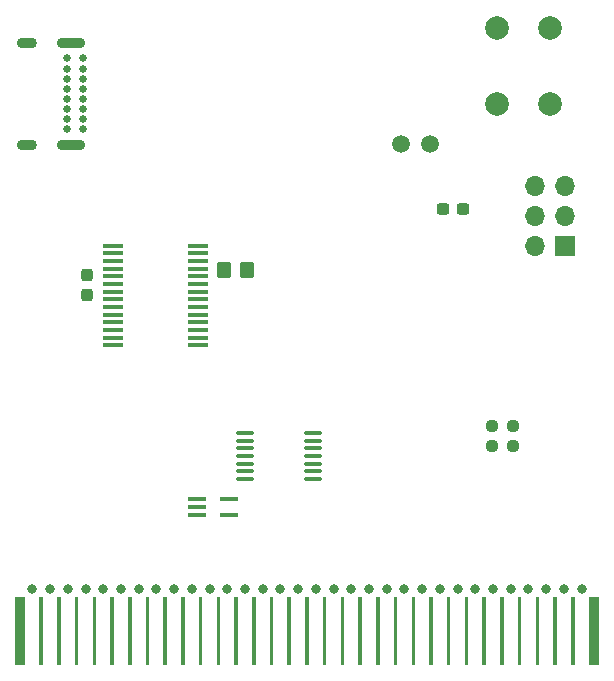
<source format=gbr>
%TF.GenerationSoftware,KiCad,Pcbnew,7.0.7*%
%TF.CreationDate,2023-11-15T05:14:33-06:00*%
%TF.ProjectId,GBA_Cartridge,4742415f-4361-4727-9472-696467652e6b,rev?*%
%TF.SameCoordinates,Original*%
%TF.FileFunction,Soldermask,Bot*%
%TF.FilePolarity,Negative*%
%FSLAX46Y46*%
G04 Gerber Fmt 4.6, Leading zero omitted, Abs format (unit mm)*
G04 Created by KiCad (PCBNEW 7.0.7) date 2023-11-15 05:14:33*
%MOMM*%
%LPD*%
G01*
G04 APERTURE LIST*
G04 Aperture macros list*
%AMRoundRect*
0 Rectangle with rounded corners*
0 $1 Rounding radius*
0 $2 $3 $4 $5 $6 $7 $8 $9 X,Y pos of 4 corners*
0 Add a 4 corners polygon primitive as box body*
4,1,4,$2,$3,$4,$5,$6,$7,$8,$9,$2,$3,0*
0 Add four circle primitives for the rounded corners*
1,1,$1+$1,$2,$3*
1,1,$1+$1,$4,$5*
1,1,$1+$1,$6,$7*
1,1,$1+$1,$8,$9*
0 Add four rect primitives between the rounded corners*
20,1,$1+$1,$2,$3,$4,$5,0*
20,1,$1+$1,$4,$5,$6,$7,0*
20,1,$1+$1,$6,$7,$8,$9,0*
20,1,$1+$1,$8,$9,$2,$3,0*%
G04 Aperture macros list end*
%ADD10C,0.800000*%
%ADD11C,0.650000*%
%ADD12O,2.400000X0.900000*%
%ADD13O,1.700000X0.900000*%
%ADD14C,2.000000*%
%ADD15C,1.500000*%
%ADD16R,1.700000X1.700000*%
%ADD17O,1.700000X1.700000*%
%ADD18RoundRect,0.237500X-0.300000X-0.237500X0.300000X-0.237500X0.300000X0.237500X-0.300000X0.237500X0*%
%ADD19RoundRect,0.100000X0.637500X0.100000X-0.637500X0.100000X-0.637500X-0.100000X0.637500X-0.100000X0*%
%ADD20RoundRect,0.250000X0.350000X0.450000X-0.350000X0.450000X-0.350000X-0.450000X0.350000X-0.450000X0*%
%ADD21R,1.500000X0.400000*%
%ADD22RoundRect,0.237500X-0.250000X-0.237500X0.250000X-0.237500X0.250000X0.237500X-0.250000X0.237500X0*%
%ADD23RoundRect,0.237500X0.237500X-0.300000X0.237500X0.300000X-0.237500X0.300000X-0.237500X-0.300000X0*%
%ADD24R,1.750000X0.450000*%
G04 APERTURE END LIST*
%TO.C,J1*%
G36*
X1640000Y-30730000D02*
G01*
X736440Y-30730000D01*
X736440Y-25030000D01*
X1640000Y-25030000D01*
X1640000Y-30730000D01*
G37*
G36*
X3140000Y-30730000D02*
G01*
X2840000Y-30730000D01*
X2840000Y-25030000D01*
X3140000Y-25030000D01*
X3140000Y-30730000D01*
G37*
G36*
X4640000Y-30730000D02*
G01*
X4340000Y-30730000D01*
X4340000Y-25030000D01*
X4640000Y-25030000D01*
X4640000Y-30730000D01*
G37*
G36*
X6140000Y-30730000D02*
G01*
X5840000Y-30730000D01*
X5840000Y-25030000D01*
X6140000Y-25030000D01*
X6140000Y-30730000D01*
G37*
G36*
X7640000Y-30730000D02*
G01*
X7340000Y-30730000D01*
X7340000Y-25030000D01*
X7640000Y-25030000D01*
X7640000Y-30730000D01*
G37*
G36*
X9140000Y-30730000D02*
G01*
X8840000Y-30730000D01*
X8840000Y-25030000D01*
X9140000Y-25030000D01*
X9140000Y-30730000D01*
G37*
G36*
X10640000Y-30730000D02*
G01*
X10340000Y-30730000D01*
X10340000Y-25030000D01*
X10640000Y-25030000D01*
X10640000Y-30730000D01*
G37*
G36*
X12140000Y-30730000D02*
G01*
X11840000Y-30730000D01*
X11840000Y-25030000D01*
X12140000Y-25030000D01*
X12140000Y-30730000D01*
G37*
G36*
X13640000Y-30730000D02*
G01*
X13340000Y-30730000D01*
X13340000Y-25030000D01*
X13640000Y-25030000D01*
X13640000Y-30730000D01*
G37*
G36*
X15140000Y-30730000D02*
G01*
X14840000Y-30730000D01*
X14840000Y-25030000D01*
X15140000Y-25030000D01*
X15140000Y-30730000D01*
G37*
G36*
X16640000Y-30730000D02*
G01*
X16340000Y-30730000D01*
X16340000Y-25030000D01*
X16640000Y-25030000D01*
X16640000Y-30730000D01*
G37*
G36*
X18140000Y-30730000D02*
G01*
X17840000Y-30730000D01*
X17840000Y-25030000D01*
X18140000Y-25030000D01*
X18140000Y-30730000D01*
G37*
G36*
X19640000Y-30730000D02*
G01*
X19340000Y-30730000D01*
X19340000Y-25030000D01*
X19640000Y-25030000D01*
X19640000Y-30730000D01*
G37*
G36*
X21140000Y-30730000D02*
G01*
X20840000Y-30730000D01*
X20840000Y-25030000D01*
X21140000Y-25030000D01*
X21140000Y-30730000D01*
G37*
G36*
X22640000Y-30730000D02*
G01*
X22340000Y-30730000D01*
X22340000Y-25030000D01*
X22640000Y-25030000D01*
X22640000Y-30730000D01*
G37*
G36*
X24140000Y-30730000D02*
G01*
X23840000Y-30730000D01*
X23840000Y-25030000D01*
X24140000Y-25030000D01*
X24140000Y-30730000D01*
G37*
G36*
X25640000Y-30730000D02*
G01*
X25340000Y-30730000D01*
X25340000Y-25030000D01*
X25640000Y-25030000D01*
X25640000Y-30730000D01*
G37*
G36*
X27140000Y-30730000D02*
G01*
X26840000Y-30730000D01*
X26840000Y-25030000D01*
X27140000Y-25030000D01*
X27140000Y-30730000D01*
G37*
G36*
X28640000Y-30730000D02*
G01*
X28340000Y-30730000D01*
X28340000Y-25030000D01*
X28640000Y-25030000D01*
X28640000Y-30730000D01*
G37*
G36*
X30140000Y-30730000D02*
G01*
X29840000Y-30730000D01*
X29840000Y-25030000D01*
X30140000Y-25030000D01*
X30140000Y-30730000D01*
G37*
G36*
X31640000Y-30730000D02*
G01*
X31340000Y-30730000D01*
X31340000Y-25030000D01*
X31640000Y-25030000D01*
X31640000Y-30730000D01*
G37*
G36*
X33140000Y-30730000D02*
G01*
X32840000Y-30730000D01*
X32840000Y-25030000D01*
X33140000Y-25030000D01*
X33140000Y-30730000D01*
G37*
G36*
X34640000Y-30730000D02*
G01*
X34340000Y-30730000D01*
X34340000Y-25030000D01*
X34640000Y-25030000D01*
X34640000Y-30730000D01*
G37*
G36*
X36140000Y-30730000D02*
G01*
X35840000Y-30730000D01*
X35840000Y-25030000D01*
X36140000Y-25030000D01*
X36140000Y-30730000D01*
G37*
G36*
X37640000Y-30730000D02*
G01*
X37340000Y-30730000D01*
X37340000Y-25030000D01*
X37640000Y-25030000D01*
X37640000Y-30730000D01*
G37*
G36*
X39140000Y-30730000D02*
G01*
X38840000Y-30730000D01*
X38840000Y-25030000D01*
X39140000Y-25030000D01*
X39140000Y-30730000D01*
G37*
G36*
X40640000Y-30730000D02*
G01*
X40340000Y-30730000D01*
X40340000Y-25030000D01*
X40640000Y-25030000D01*
X40640000Y-30730000D01*
G37*
G36*
X42140000Y-30730000D02*
G01*
X41840000Y-30730000D01*
X41840000Y-25030000D01*
X42140000Y-25030000D01*
X42140000Y-30730000D01*
G37*
G36*
X43640000Y-30730000D02*
G01*
X43340000Y-30730000D01*
X43340000Y-25030000D01*
X43640000Y-25030000D01*
X43640000Y-30730000D01*
G37*
G36*
X45140000Y-30730000D02*
G01*
X44840000Y-30730000D01*
X44840000Y-25030000D01*
X45140000Y-25030000D01*
X45140000Y-30730000D01*
G37*
G36*
X46640000Y-30730000D02*
G01*
X46340000Y-30730000D01*
X46340000Y-25030000D01*
X46640000Y-25030000D01*
X46640000Y-30730000D01*
G37*
G36*
X48140000Y-30730000D02*
G01*
X47840000Y-30730000D01*
X47840000Y-25030000D01*
X48140000Y-25030000D01*
X48140000Y-30730000D01*
G37*
G36*
X50228480Y-25050017D02*
G01*
X50228480Y-30750017D01*
X49340000Y-30730000D01*
X49340000Y-25030000D01*
X50228480Y-25050017D01*
G37*
%TD*%
D10*
%TO.C,J1*%
X2240000Y-24330000D03*
X3740000Y-24330000D03*
X5240000Y-24330000D03*
X6740000Y-24330000D03*
X8240000Y-24330000D03*
X9740000Y-24330000D03*
X11240000Y-24330000D03*
X12740000Y-24330000D03*
X14240000Y-24330000D03*
X15740000Y-24330000D03*
X17240000Y-24330000D03*
X18740000Y-24330000D03*
X20240000Y-24330000D03*
X21740000Y-24330000D03*
X23240000Y-24330000D03*
X24740000Y-24330000D03*
X26240000Y-24330000D03*
X27740000Y-24330000D03*
X29240000Y-24330000D03*
X30740000Y-24330000D03*
X32240000Y-24330000D03*
X33740000Y-24330000D03*
X35240000Y-24330000D03*
X36740000Y-24330000D03*
X38240000Y-24330000D03*
X39740000Y-24330000D03*
X41240000Y-24330000D03*
X42740000Y-24330000D03*
X44240000Y-24330000D03*
X45740000Y-24330000D03*
X47240000Y-24330000D03*
X48740000Y-24330000D03*
%TD*%
D11*
%TO.C,U11*%
X6520853Y20584000D03*
X6520853Y19734000D03*
X6520853Y18884000D03*
X6520853Y18034000D03*
X6520853Y17184000D03*
X6520853Y16334000D03*
X6520853Y15484000D03*
X6520853Y14634000D03*
X5170853Y14634000D03*
X5170853Y15484000D03*
X5170853Y16334000D03*
X5170853Y17184000D03*
X5170853Y18034000D03*
X5170853Y18884000D03*
X5170853Y19734000D03*
X5170853Y20584000D03*
D12*
X5540853Y21934000D03*
D13*
X1790853Y21934000D03*
D12*
X5540853Y13284000D03*
D13*
X1790853Y13284000D03*
%TD*%
D14*
%TO.C,SW1*%
X46065000Y16689000D03*
X46065000Y23189000D03*
X41565000Y16689000D03*
X41565000Y23189000D03*
%TD*%
D15*
%TO.C,Y1*%
X33421000Y13335000D03*
X35921000Y13335000D03*
%TD*%
D16*
%TO.C,J2*%
X47376000Y4714000D03*
D17*
X44836000Y4714000D03*
X47376000Y7254000D03*
X44836000Y7254000D03*
X47376000Y9794000D03*
X44836000Y9794000D03*
%TD*%
D18*
%TO.C,C5*%
X36983500Y7874000D03*
X38708500Y7874000D03*
%TD*%
D19*
%TO.C,U4*%
X25976500Y-11131000D03*
X25976500Y-11781000D03*
X25976500Y-12431000D03*
X25976500Y-13081000D03*
X25976500Y-13731000D03*
X25976500Y-14381000D03*
X25976500Y-15031000D03*
X20251500Y-15031000D03*
X20251500Y-14381000D03*
X20251500Y-13731000D03*
X20251500Y-13081000D03*
X20251500Y-12431000D03*
X20251500Y-11781000D03*
X20251500Y-11131000D03*
%TD*%
D20*
%TO.C,R10*%
X20431000Y2667000D03*
X18431000Y2667000D03*
%TD*%
D21*
%TO.C,U3*%
X16196000Y-18049000D03*
X16196000Y-17399000D03*
X16196000Y-16749000D03*
X18856000Y-16749000D03*
X18856000Y-18049000D03*
%TD*%
D22*
%TO.C,R7*%
X41124500Y-12192000D03*
X42949500Y-12192000D03*
%TD*%
D23*
%TO.C,C10*%
X6858000Y534500D03*
X6858000Y2259500D03*
%TD*%
D24*
%TO.C,U10*%
X9100000Y-3717000D03*
X9100000Y-3067000D03*
X9100000Y-2417000D03*
X9100000Y-1767000D03*
X9100000Y-1117000D03*
X9100000Y-467000D03*
X9100000Y183000D03*
X9100000Y833000D03*
X9100000Y1483000D03*
X9100000Y2133000D03*
X9100000Y2783000D03*
X9100000Y3433000D03*
X9100000Y4083000D03*
X9100000Y4733000D03*
X16300000Y4733000D03*
X16300000Y4083000D03*
X16300000Y3433000D03*
X16300000Y2783000D03*
X16300000Y2133000D03*
X16300000Y1483000D03*
X16300000Y833000D03*
X16300000Y183000D03*
X16300000Y-467000D03*
X16300000Y-1117000D03*
X16300000Y-1767000D03*
X16300000Y-2417000D03*
X16300000Y-3067000D03*
X16300000Y-3717000D03*
%TD*%
D22*
%TO.C,R8*%
X41124500Y-10541000D03*
X42949500Y-10541000D03*
%TD*%
M02*

</source>
